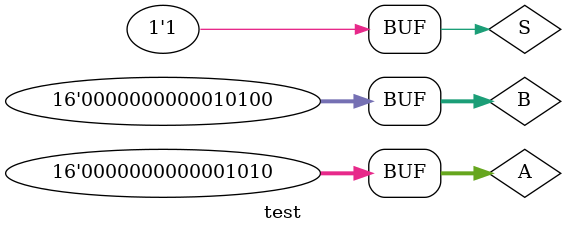
<source format=v>
module test ();

reg S;
reg [15:0] A, B;
wire [15:0] out;

mux uut (out, A, B, S);

initial begin
  A <= 10;
  B <= 20;
  S <= 1'b0;
  #10;
  S <= 1'b1;
end

initial begin
  $monitor("mux: %2d, %2d (S = %1b) => %2d", A, B, S, out);
end

endmodule

</source>
